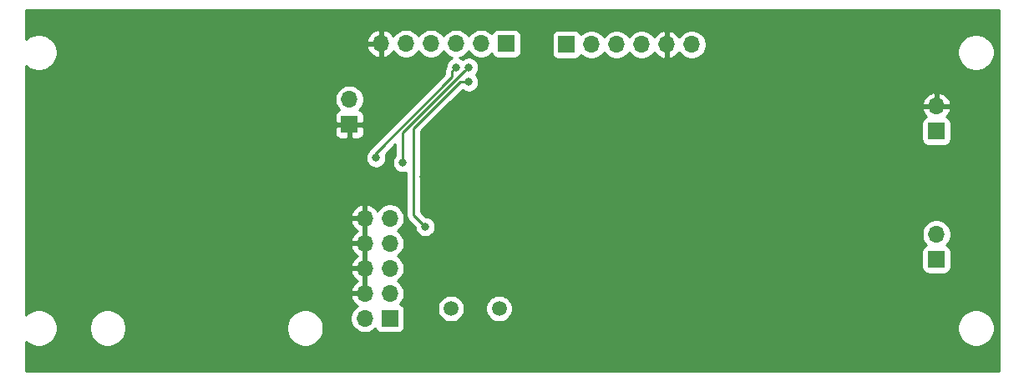
<source format=gbr>
G04 #@! TF.GenerationSoftware,KiCad,Pcbnew,(5.1.5-0-10_14)*
G04 #@! TF.CreationDate,2020-05-10T22:12:37+02:00*
G04 #@! TF.ProjectId,sensor,73656e73-6f72-42e6-9b69-6361645f7063,rev?*
G04 #@! TF.SameCoordinates,Original*
G04 #@! TF.FileFunction,Copper,L2,Bot*
G04 #@! TF.FilePolarity,Positive*
%FSLAX46Y46*%
G04 Gerber Fmt 4.6, Leading zero omitted, Abs format (unit mm)*
G04 Created by KiCad (PCBNEW (5.1.5-0-10_14)) date 2020-05-10 22:12:37*
%MOMM*%
%LPD*%
G04 APERTURE LIST*
%ADD10O,1.700000X1.700000*%
%ADD11R,1.700000X1.700000*%
%ADD12C,1.500000*%
%ADD13C,0.800000*%
%ADD14C,0.250000*%
%ADD15C,0.254000*%
G04 APERTURE END LIST*
D10*
X49500000Y-39760000D03*
D11*
X49500000Y-42300000D03*
D12*
X64680000Y-61000000D03*
X59800000Y-61000000D03*
D10*
X109000000Y-40460000D03*
D11*
X109000000Y-43000000D03*
D10*
X109000000Y-53460000D03*
D11*
X109000000Y-56000000D03*
D10*
X84200000Y-34200000D03*
X81660000Y-34200000D03*
X79120000Y-34200000D03*
X76580000Y-34200000D03*
X74040000Y-34200000D03*
D11*
X71500000Y-34200000D03*
D10*
X51060000Y-51840000D03*
X53600000Y-51840000D03*
X51060000Y-54380000D03*
X53600000Y-54380000D03*
X51060000Y-56920000D03*
X53600000Y-56920000D03*
X51060000Y-59460000D03*
X53600000Y-59460000D03*
X51060000Y-62000000D03*
D11*
X53600000Y-62000000D03*
D10*
X52700000Y-34100000D03*
X55240000Y-34100000D03*
X57780000Y-34100000D03*
X60320000Y-34100000D03*
X62860000Y-34100000D03*
D11*
X65400000Y-34100000D03*
D13*
X100300000Y-53500000D03*
X100300000Y-58000000D03*
X105500000Y-64000000D03*
X90600000Y-38700000D03*
X80300000Y-63500000D03*
X63500000Y-54500000D03*
X61000000Y-53500000D03*
X83200000Y-43000000D03*
X74800000Y-40100000D03*
X81600000Y-36000000D03*
X70600000Y-38300000D03*
X57000000Y-47600000D03*
X49200000Y-51800000D03*
X106000000Y-47800000D03*
X91200000Y-53600000D03*
X59500000Y-49800000D03*
X50000000Y-34000000D03*
X48500000Y-44700000D03*
X57600000Y-38000000D03*
X100800000Y-40800000D03*
X91359260Y-60111060D03*
X68300000Y-34500000D03*
X58000000Y-64500000D03*
X109100000Y-65000000D03*
X102900000Y-35400000D03*
X113300000Y-47800000D03*
X67900000Y-44000000D03*
X87200000Y-38900000D03*
X81300000Y-43100000D03*
X81200000Y-37500000D03*
X85400000Y-36800000D03*
X74500000Y-63400000D03*
X70000000Y-63400000D03*
X77500000Y-40900000D03*
X75900000Y-37700000D03*
X58900000Y-42700000D03*
X64300000Y-42700000D03*
X57300000Y-51000000D03*
X67000000Y-48300000D03*
X69000000Y-50500000D03*
X83100000Y-38500000D03*
X104000000Y-40600000D03*
X57200000Y-52700000D03*
X61600000Y-38000000D03*
X60300000Y-36499999D03*
X52200000Y-45700000D03*
X61600002Y-36500000D03*
X54900004Y-46200004D03*
D14*
X60700000Y-38000000D02*
X61600000Y-38000000D01*
X56025001Y-42674999D02*
X60700000Y-38000000D01*
X56025001Y-51525001D02*
X56025001Y-42674999D01*
X57200000Y-52700000D02*
X56025001Y-51525001D01*
X59900001Y-36899998D02*
X60300000Y-36499999D01*
X59900001Y-37499999D02*
X59900001Y-36899998D01*
X52200000Y-45700000D02*
X52100000Y-45300000D01*
X52100000Y-45300000D02*
X59900001Y-37499999D01*
X61600002Y-36500000D02*
X61200003Y-36899999D01*
X54900004Y-43136406D02*
X54900004Y-46200004D01*
X61200003Y-36899999D02*
X61136411Y-36899999D01*
X61136411Y-36899999D02*
X54900004Y-43136406D01*
D15*
G36*
X115315001Y-67315000D02*
G01*
X16685000Y-67315000D01*
X16685000Y-64350793D01*
X16798382Y-64464175D01*
X17107118Y-64670466D01*
X17450166Y-64812561D01*
X17814344Y-64885000D01*
X18185656Y-64885000D01*
X18549834Y-64812561D01*
X18892882Y-64670466D01*
X19201618Y-64464175D01*
X19464175Y-64201618D01*
X19670466Y-63892882D01*
X19812561Y-63549834D01*
X19885000Y-63185656D01*
X19885000Y-62814344D01*
X23115000Y-62814344D01*
X23115000Y-63185656D01*
X23187439Y-63549834D01*
X23329534Y-63892882D01*
X23535825Y-64201618D01*
X23798382Y-64464175D01*
X24107118Y-64670466D01*
X24450166Y-64812561D01*
X24814344Y-64885000D01*
X25185656Y-64885000D01*
X25549834Y-64812561D01*
X25892882Y-64670466D01*
X26201618Y-64464175D01*
X26464175Y-64201618D01*
X26670466Y-63892882D01*
X26812561Y-63549834D01*
X26885000Y-63185656D01*
X26885000Y-62814344D01*
X43115000Y-62814344D01*
X43115000Y-63185656D01*
X43187439Y-63549834D01*
X43329534Y-63892882D01*
X43535825Y-64201618D01*
X43798382Y-64464175D01*
X44107118Y-64670466D01*
X44450166Y-64812561D01*
X44814344Y-64885000D01*
X45185656Y-64885000D01*
X45549834Y-64812561D01*
X45892882Y-64670466D01*
X46201618Y-64464175D01*
X46464175Y-64201618D01*
X46670466Y-63892882D01*
X46812561Y-63549834D01*
X46885000Y-63185656D01*
X46885000Y-62814344D01*
X46812561Y-62450166D01*
X46670466Y-62107118D01*
X46501165Y-61853740D01*
X49575000Y-61853740D01*
X49575000Y-62146260D01*
X49632068Y-62433158D01*
X49744010Y-62703411D01*
X49906525Y-62946632D01*
X50113368Y-63153475D01*
X50356589Y-63315990D01*
X50626842Y-63427932D01*
X50913740Y-63485000D01*
X51206260Y-63485000D01*
X51493158Y-63427932D01*
X51763411Y-63315990D01*
X52006632Y-63153475D01*
X52138487Y-63021620D01*
X52160498Y-63094180D01*
X52219463Y-63204494D01*
X52298815Y-63301185D01*
X52395506Y-63380537D01*
X52505820Y-63439502D01*
X52625518Y-63475812D01*
X52750000Y-63488072D01*
X54450000Y-63488072D01*
X54574482Y-63475812D01*
X54694180Y-63439502D01*
X54804494Y-63380537D01*
X54901185Y-63301185D01*
X54980537Y-63204494D01*
X55039502Y-63094180D01*
X55075812Y-62974482D01*
X55088072Y-62850000D01*
X55088072Y-62814344D01*
X111115000Y-62814344D01*
X111115000Y-63185656D01*
X111187439Y-63549834D01*
X111329534Y-63892882D01*
X111535825Y-64201618D01*
X111798382Y-64464175D01*
X112107118Y-64670466D01*
X112450166Y-64812561D01*
X112814344Y-64885000D01*
X113185656Y-64885000D01*
X113549834Y-64812561D01*
X113892882Y-64670466D01*
X114201618Y-64464175D01*
X114464175Y-64201618D01*
X114670466Y-63892882D01*
X114812561Y-63549834D01*
X114885000Y-63185656D01*
X114885000Y-62814344D01*
X114812561Y-62450166D01*
X114670466Y-62107118D01*
X114464175Y-61798382D01*
X114201618Y-61535825D01*
X113892882Y-61329534D01*
X113549834Y-61187439D01*
X113185656Y-61115000D01*
X112814344Y-61115000D01*
X112450166Y-61187439D01*
X112107118Y-61329534D01*
X111798382Y-61535825D01*
X111535825Y-61798382D01*
X111329534Y-62107118D01*
X111187439Y-62450166D01*
X111115000Y-62814344D01*
X55088072Y-62814344D01*
X55088072Y-61150000D01*
X55075812Y-61025518D01*
X55039502Y-60905820D01*
X55016929Y-60863589D01*
X58415000Y-60863589D01*
X58415000Y-61136411D01*
X58468225Y-61403989D01*
X58572629Y-61656043D01*
X58724201Y-61882886D01*
X58917114Y-62075799D01*
X59143957Y-62227371D01*
X59396011Y-62331775D01*
X59663589Y-62385000D01*
X59936411Y-62385000D01*
X60203989Y-62331775D01*
X60456043Y-62227371D01*
X60682886Y-62075799D01*
X60875799Y-61882886D01*
X61027371Y-61656043D01*
X61131775Y-61403989D01*
X61185000Y-61136411D01*
X61185000Y-60863589D01*
X63295000Y-60863589D01*
X63295000Y-61136411D01*
X63348225Y-61403989D01*
X63452629Y-61656043D01*
X63604201Y-61882886D01*
X63797114Y-62075799D01*
X64023957Y-62227371D01*
X64276011Y-62331775D01*
X64543589Y-62385000D01*
X64816411Y-62385000D01*
X65083989Y-62331775D01*
X65336043Y-62227371D01*
X65562886Y-62075799D01*
X65755799Y-61882886D01*
X65907371Y-61656043D01*
X66011775Y-61403989D01*
X66065000Y-61136411D01*
X66065000Y-60863589D01*
X66011775Y-60596011D01*
X65907371Y-60343957D01*
X65755799Y-60117114D01*
X65562886Y-59924201D01*
X65336043Y-59772629D01*
X65083989Y-59668225D01*
X64816411Y-59615000D01*
X64543589Y-59615000D01*
X64276011Y-59668225D01*
X64023957Y-59772629D01*
X63797114Y-59924201D01*
X63604201Y-60117114D01*
X63452629Y-60343957D01*
X63348225Y-60596011D01*
X63295000Y-60863589D01*
X61185000Y-60863589D01*
X61131775Y-60596011D01*
X61027371Y-60343957D01*
X60875799Y-60117114D01*
X60682886Y-59924201D01*
X60456043Y-59772629D01*
X60203989Y-59668225D01*
X59936411Y-59615000D01*
X59663589Y-59615000D01*
X59396011Y-59668225D01*
X59143957Y-59772629D01*
X58917114Y-59924201D01*
X58724201Y-60117114D01*
X58572629Y-60343957D01*
X58468225Y-60596011D01*
X58415000Y-60863589D01*
X55016929Y-60863589D01*
X54980537Y-60795506D01*
X54901185Y-60698815D01*
X54804494Y-60619463D01*
X54694180Y-60560498D01*
X54621620Y-60538487D01*
X54753475Y-60406632D01*
X54915990Y-60163411D01*
X55027932Y-59893158D01*
X55085000Y-59606260D01*
X55085000Y-59313740D01*
X55027932Y-59026842D01*
X54915990Y-58756589D01*
X54753475Y-58513368D01*
X54546632Y-58306525D01*
X54372240Y-58190000D01*
X54546632Y-58073475D01*
X54753475Y-57866632D01*
X54915990Y-57623411D01*
X55027932Y-57353158D01*
X55085000Y-57066260D01*
X55085000Y-56773740D01*
X55027932Y-56486842D01*
X54915990Y-56216589D01*
X54753475Y-55973368D01*
X54546632Y-55766525D01*
X54372240Y-55650000D01*
X54546632Y-55533475D01*
X54753475Y-55326632D01*
X54871496Y-55150000D01*
X107511928Y-55150000D01*
X107511928Y-56850000D01*
X107524188Y-56974482D01*
X107560498Y-57094180D01*
X107619463Y-57204494D01*
X107698815Y-57301185D01*
X107795506Y-57380537D01*
X107905820Y-57439502D01*
X108025518Y-57475812D01*
X108150000Y-57488072D01*
X109850000Y-57488072D01*
X109974482Y-57475812D01*
X110094180Y-57439502D01*
X110204494Y-57380537D01*
X110301185Y-57301185D01*
X110380537Y-57204494D01*
X110439502Y-57094180D01*
X110475812Y-56974482D01*
X110488072Y-56850000D01*
X110488072Y-55150000D01*
X110475812Y-55025518D01*
X110439502Y-54905820D01*
X110380537Y-54795506D01*
X110301185Y-54698815D01*
X110204494Y-54619463D01*
X110094180Y-54560498D01*
X110021620Y-54538487D01*
X110153475Y-54406632D01*
X110315990Y-54163411D01*
X110427932Y-53893158D01*
X110485000Y-53606260D01*
X110485000Y-53313740D01*
X110427932Y-53026842D01*
X110315990Y-52756589D01*
X110153475Y-52513368D01*
X109946632Y-52306525D01*
X109703411Y-52144010D01*
X109433158Y-52032068D01*
X109146260Y-51975000D01*
X108853740Y-51975000D01*
X108566842Y-52032068D01*
X108296589Y-52144010D01*
X108053368Y-52306525D01*
X107846525Y-52513368D01*
X107684010Y-52756589D01*
X107572068Y-53026842D01*
X107515000Y-53313740D01*
X107515000Y-53606260D01*
X107572068Y-53893158D01*
X107684010Y-54163411D01*
X107846525Y-54406632D01*
X107978380Y-54538487D01*
X107905820Y-54560498D01*
X107795506Y-54619463D01*
X107698815Y-54698815D01*
X107619463Y-54795506D01*
X107560498Y-54905820D01*
X107524188Y-55025518D01*
X107511928Y-55150000D01*
X54871496Y-55150000D01*
X54915990Y-55083411D01*
X55027932Y-54813158D01*
X55085000Y-54526260D01*
X55085000Y-54233740D01*
X55027932Y-53946842D01*
X54915990Y-53676589D01*
X54753475Y-53433368D01*
X54546632Y-53226525D01*
X54372240Y-53110000D01*
X54546632Y-52993475D01*
X54753475Y-52786632D01*
X54915990Y-52543411D01*
X55027932Y-52273158D01*
X55085000Y-51986260D01*
X55085000Y-51693740D01*
X55027932Y-51406842D01*
X54915990Y-51136589D01*
X54753475Y-50893368D01*
X54546632Y-50686525D01*
X54303411Y-50524010D01*
X54033158Y-50412068D01*
X53746260Y-50355000D01*
X53453740Y-50355000D01*
X53166842Y-50412068D01*
X52896589Y-50524010D01*
X52653368Y-50686525D01*
X52446525Y-50893368D01*
X52328900Y-51069406D01*
X52157588Y-50839731D01*
X51941355Y-50644822D01*
X51691252Y-50495843D01*
X51416891Y-50398519D01*
X51187000Y-50519186D01*
X51187000Y-51713000D01*
X51207000Y-51713000D01*
X51207000Y-51967000D01*
X51187000Y-51967000D01*
X51187000Y-54253000D01*
X51207000Y-54253000D01*
X51207000Y-54507000D01*
X51187000Y-54507000D01*
X51187000Y-56793000D01*
X51207000Y-56793000D01*
X51207000Y-57047000D01*
X51187000Y-57047000D01*
X51187000Y-59333000D01*
X51207000Y-59333000D01*
X51207000Y-59587000D01*
X51187000Y-59587000D01*
X51187000Y-59607000D01*
X50933000Y-59607000D01*
X50933000Y-59587000D01*
X49739845Y-59587000D01*
X49618524Y-59816890D01*
X49663175Y-59964099D01*
X49788359Y-60226920D01*
X49962412Y-60460269D01*
X50178645Y-60655178D01*
X50295534Y-60724805D01*
X50113368Y-60846525D01*
X49906525Y-61053368D01*
X49744010Y-61296589D01*
X49632068Y-61566842D01*
X49575000Y-61853740D01*
X46501165Y-61853740D01*
X46464175Y-61798382D01*
X46201618Y-61535825D01*
X45892882Y-61329534D01*
X45549834Y-61187439D01*
X45185656Y-61115000D01*
X44814344Y-61115000D01*
X44450166Y-61187439D01*
X44107118Y-61329534D01*
X43798382Y-61535825D01*
X43535825Y-61798382D01*
X43329534Y-62107118D01*
X43187439Y-62450166D01*
X43115000Y-62814344D01*
X26885000Y-62814344D01*
X26812561Y-62450166D01*
X26670466Y-62107118D01*
X26464175Y-61798382D01*
X26201618Y-61535825D01*
X25892882Y-61329534D01*
X25549834Y-61187439D01*
X25185656Y-61115000D01*
X24814344Y-61115000D01*
X24450166Y-61187439D01*
X24107118Y-61329534D01*
X23798382Y-61535825D01*
X23535825Y-61798382D01*
X23329534Y-62107118D01*
X23187439Y-62450166D01*
X23115000Y-62814344D01*
X19885000Y-62814344D01*
X19812561Y-62450166D01*
X19670466Y-62107118D01*
X19464175Y-61798382D01*
X19201618Y-61535825D01*
X18892882Y-61329534D01*
X18549834Y-61187439D01*
X18185656Y-61115000D01*
X17814344Y-61115000D01*
X17450166Y-61187439D01*
X17107118Y-61329534D01*
X16798382Y-61535825D01*
X16685000Y-61649207D01*
X16685000Y-57276890D01*
X49618524Y-57276890D01*
X49663175Y-57424099D01*
X49788359Y-57686920D01*
X49962412Y-57920269D01*
X50178645Y-58115178D01*
X50304255Y-58190000D01*
X50178645Y-58264822D01*
X49962412Y-58459731D01*
X49788359Y-58693080D01*
X49663175Y-58955901D01*
X49618524Y-59103110D01*
X49739845Y-59333000D01*
X50933000Y-59333000D01*
X50933000Y-57047000D01*
X49739845Y-57047000D01*
X49618524Y-57276890D01*
X16685000Y-57276890D01*
X16685000Y-54736890D01*
X49618524Y-54736890D01*
X49663175Y-54884099D01*
X49788359Y-55146920D01*
X49962412Y-55380269D01*
X50178645Y-55575178D01*
X50304255Y-55650000D01*
X50178645Y-55724822D01*
X49962412Y-55919731D01*
X49788359Y-56153080D01*
X49663175Y-56415901D01*
X49618524Y-56563110D01*
X49739845Y-56793000D01*
X50933000Y-56793000D01*
X50933000Y-54507000D01*
X49739845Y-54507000D01*
X49618524Y-54736890D01*
X16685000Y-54736890D01*
X16685000Y-52196890D01*
X49618524Y-52196890D01*
X49663175Y-52344099D01*
X49788359Y-52606920D01*
X49962412Y-52840269D01*
X50178645Y-53035178D01*
X50304255Y-53110000D01*
X50178645Y-53184822D01*
X49962412Y-53379731D01*
X49788359Y-53613080D01*
X49663175Y-53875901D01*
X49618524Y-54023110D01*
X49739845Y-54253000D01*
X50933000Y-54253000D01*
X50933000Y-51967000D01*
X49739845Y-51967000D01*
X49618524Y-52196890D01*
X16685000Y-52196890D01*
X16685000Y-51483110D01*
X49618524Y-51483110D01*
X49739845Y-51713000D01*
X50933000Y-51713000D01*
X50933000Y-50519186D01*
X50703109Y-50398519D01*
X50428748Y-50495843D01*
X50178645Y-50644822D01*
X49962412Y-50839731D01*
X49788359Y-51073080D01*
X49663175Y-51335901D01*
X49618524Y-51483110D01*
X16685000Y-51483110D01*
X16685000Y-45598061D01*
X51165000Y-45598061D01*
X51165000Y-45801939D01*
X51204774Y-46001898D01*
X51282795Y-46190256D01*
X51396063Y-46359774D01*
X51540226Y-46503937D01*
X51709744Y-46617205D01*
X51898102Y-46695226D01*
X52098061Y-46735000D01*
X52301939Y-46735000D01*
X52501898Y-46695226D01*
X52690256Y-46617205D01*
X52859774Y-46503937D01*
X53003937Y-46359774D01*
X53117205Y-46190256D01*
X53195226Y-46001898D01*
X53235000Y-45801939D01*
X53235000Y-45598061D01*
X53195226Y-45398102D01*
X53160510Y-45314291D01*
X54140004Y-44334797D01*
X54140005Y-45496292D01*
X54096067Y-45540230D01*
X53982799Y-45709748D01*
X53904778Y-45898106D01*
X53865004Y-46098065D01*
X53865004Y-46301943D01*
X53904778Y-46501902D01*
X53982799Y-46690260D01*
X54096067Y-46859778D01*
X54240230Y-47003941D01*
X54409748Y-47117209D01*
X54598106Y-47195230D01*
X54798065Y-47235004D01*
X55001943Y-47235004D01*
X55201902Y-47195230D01*
X55265001Y-47169093D01*
X55265001Y-51487679D01*
X55261325Y-51525001D01*
X55265001Y-51562323D01*
X55265001Y-51562333D01*
X55275998Y-51673986D01*
X55319455Y-51817247D01*
X55390027Y-51949277D01*
X55411138Y-51975000D01*
X55485000Y-52065002D01*
X55514004Y-52088805D01*
X56165000Y-52739802D01*
X56165000Y-52801939D01*
X56204774Y-53001898D01*
X56282795Y-53190256D01*
X56396063Y-53359774D01*
X56540226Y-53503937D01*
X56709744Y-53617205D01*
X56898102Y-53695226D01*
X57098061Y-53735000D01*
X57301939Y-53735000D01*
X57501898Y-53695226D01*
X57690256Y-53617205D01*
X57859774Y-53503937D01*
X58003937Y-53359774D01*
X58117205Y-53190256D01*
X58195226Y-53001898D01*
X58235000Y-52801939D01*
X58235000Y-52598061D01*
X58195226Y-52398102D01*
X58117205Y-52209744D01*
X58003937Y-52040226D01*
X57859774Y-51896063D01*
X57690256Y-51782795D01*
X57501898Y-51704774D01*
X57301939Y-51665000D01*
X57239802Y-51665000D01*
X56785001Y-51210200D01*
X56785001Y-42989800D01*
X57624801Y-42150000D01*
X107511928Y-42150000D01*
X107511928Y-43850000D01*
X107524188Y-43974482D01*
X107560498Y-44094180D01*
X107619463Y-44204494D01*
X107698815Y-44301185D01*
X107795506Y-44380537D01*
X107905820Y-44439502D01*
X108025518Y-44475812D01*
X108150000Y-44488072D01*
X109850000Y-44488072D01*
X109974482Y-44475812D01*
X110094180Y-44439502D01*
X110204494Y-44380537D01*
X110301185Y-44301185D01*
X110380537Y-44204494D01*
X110439502Y-44094180D01*
X110475812Y-43974482D01*
X110488072Y-43850000D01*
X110488072Y-42150000D01*
X110475812Y-42025518D01*
X110439502Y-41905820D01*
X110380537Y-41795506D01*
X110301185Y-41698815D01*
X110204494Y-41619463D01*
X110094180Y-41560498D01*
X110013534Y-41536034D01*
X110097588Y-41460269D01*
X110271641Y-41226920D01*
X110396825Y-40964099D01*
X110441476Y-40816890D01*
X110320155Y-40587000D01*
X109127000Y-40587000D01*
X109127000Y-40607000D01*
X108873000Y-40607000D01*
X108873000Y-40587000D01*
X107679845Y-40587000D01*
X107558524Y-40816890D01*
X107603175Y-40964099D01*
X107728359Y-41226920D01*
X107902412Y-41460269D01*
X107986466Y-41536034D01*
X107905820Y-41560498D01*
X107795506Y-41619463D01*
X107698815Y-41698815D01*
X107619463Y-41795506D01*
X107560498Y-41905820D01*
X107524188Y-42025518D01*
X107511928Y-42150000D01*
X57624801Y-42150000D01*
X59671691Y-40103110D01*
X107558524Y-40103110D01*
X107679845Y-40333000D01*
X108873000Y-40333000D01*
X108873000Y-39139186D01*
X109127000Y-39139186D01*
X109127000Y-40333000D01*
X110320155Y-40333000D01*
X110441476Y-40103110D01*
X110396825Y-39955901D01*
X110271641Y-39693080D01*
X110097588Y-39459731D01*
X109881355Y-39264822D01*
X109631252Y-39115843D01*
X109356891Y-39018519D01*
X109127000Y-39139186D01*
X108873000Y-39139186D01*
X108643109Y-39018519D01*
X108368748Y-39115843D01*
X108118645Y-39264822D01*
X107902412Y-39459731D01*
X107728359Y-39693080D01*
X107603175Y-39955901D01*
X107558524Y-40103110D01*
X59671691Y-40103110D01*
X60958593Y-38816209D01*
X61109744Y-38917205D01*
X61298102Y-38995226D01*
X61498061Y-39035000D01*
X61701939Y-39035000D01*
X61901898Y-38995226D01*
X62090256Y-38917205D01*
X62259774Y-38803937D01*
X62403937Y-38659774D01*
X62517205Y-38490256D01*
X62595226Y-38301898D01*
X62635000Y-38101939D01*
X62635000Y-37898061D01*
X62595226Y-37698102D01*
X62517205Y-37509744D01*
X62403937Y-37340226D01*
X62313712Y-37250001D01*
X62403939Y-37159774D01*
X62517207Y-36990256D01*
X62595228Y-36801898D01*
X62635002Y-36601939D01*
X62635002Y-36398061D01*
X62595228Y-36198102D01*
X62517207Y-36009744D01*
X62403939Y-35840226D01*
X62259776Y-35696063D01*
X62090258Y-35582795D01*
X61901900Y-35504774D01*
X61701941Y-35465000D01*
X61498063Y-35465000D01*
X61298104Y-35504774D01*
X61109746Y-35582795D01*
X60950002Y-35689532D01*
X60790256Y-35582794D01*
X60688742Y-35540745D01*
X60753158Y-35527932D01*
X61023411Y-35415990D01*
X61266632Y-35253475D01*
X61473475Y-35046632D01*
X61590000Y-34872240D01*
X61706525Y-35046632D01*
X61913368Y-35253475D01*
X62156589Y-35415990D01*
X62426842Y-35527932D01*
X62713740Y-35585000D01*
X63006260Y-35585000D01*
X63293158Y-35527932D01*
X63563411Y-35415990D01*
X63806632Y-35253475D01*
X63938487Y-35121620D01*
X63960498Y-35194180D01*
X64019463Y-35304494D01*
X64098815Y-35401185D01*
X64195506Y-35480537D01*
X64305820Y-35539502D01*
X64425518Y-35575812D01*
X64550000Y-35588072D01*
X66250000Y-35588072D01*
X66374482Y-35575812D01*
X66494180Y-35539502D01*
X66604494Y-35480537D01*
X66701185Y-35401185D01*
X66780537Y-35304494D01*
X66839502Y-35194180D01*
X66875812Y-35074482D01*
X66888072Y-34950000D01*
X66888072Y-33350000D01*
X70011928Y-33350000D01*
X70011928Y-35050000D01*
X70024188Y-35174482D01*
X70060498Y-35294180D01*
X70119463Y-35404494D01*
X70198815Y-35501185D01*
X70295506Y-35580537D01*
X70405820Y-35639502D01*
X70525518Y-35675812D01*
X70650000Y-35688072D01*
X72350000Y-35688072D01*
X72474482Y-35675812D01*
X72594180Y-35639502D01*
X72704494Y-35580537D01*
X72801185Y-35501185D01*
X72880537Y-35404494D01*
X72939502Y-35294180D01*
X72961513Y-35221620D01*
X73093368Y-35353475D01*
X73336589Y-35515990D01*
X73606842Y-35627932D01*
X73893740Y-35685000D01*
X74186260Y-35685000D01*
X74473158Y-35627932D01*
X74743411Y-35515990D01*
X74986632Y-35353475D01*
X75193475Y-35146632D01*
X75310000Y-34972240D01*
X75426525Y-35146632D01*
X75633368Y-35353475D01*
X75876589Y-35515990D01*
X76146842Y-35627932D01*
X76433740Y-35685000D01*
X76726260Y-35685000D01*
X77013158Y-35627932D01*
X77283411Y-35515990D01*
X77526632Y-35353475D01*
X77733475Y-35146632D01*
X77850000Y-34972240D01*
X77966525Y-35146632D01*
X78173368Y-35353475D01*
X78416589Y-35515990D01*
X78686842Y-35627932D01*
X78973740Y-35685000D01*
X79266260Y-35685000D01*
X79553158Y-35627932D01*
X79823411Y-35515990D01*
X80066632Y-35353475D01*
X80273475Y-35146632D01*
X80395195Y-34964466D01*
X80464822Y-35081355D01*
X80659731Y-35297588D01*
X80893080Y-35471641D01*
X81155901Y-35596825D01*
X81303110Y-35641476D01*
X81533000Y-35520155D01*
X81533000Y-34327000D01*
X81513000Y-34327000D01*
X81513000Y-34073000D01*
X81533000Y-34073000D01*
X81533000Y-32879845D01*
X81787000Y-32879845D01*
X81787000Y-34073000D01*
X81807000Y-34073000D01*
X81807000Y-34327000D01*
X81787000Y-34327000D01*
X81787000Y-35520155D01*
X82016890Y-35641476D01*
X82164099Y-35596825D01*
X82426920Y-35471641D01*
X82660269Y-35297588D01*
X82855178Y-35081355D01*
X82924805Y-34964466D01*
X83046525Y-35146632D01*
X83253368Y-35353475D01*
X83496589Y-35515990D01*
X83766842Y-35627932D01*
X84053740Y-35685000D01*
X84346260Y-35685000D01*
X84633158Y-35627932D01*
X84903411Y-35515990D01*
X85146632Y-35353475D01*
X85353475Y-35146632D01*
X85515990Y-34903411D01*
X85552882Y-34814344D01*
X111115000Y-34814344D01*
X111115000Y-35185656D01*
X111187439Y-35549834D01*
X111329534Y-35892882D01*
X111535825Y-36201618D01*
X111798382Y-36464175D01*
X112107118Y-36670466D01*
X112450166Y-36812561D01*
X112814344Y-36885000D01*
X113185656Y-36885000D01*
X113549834Y-36812561D01*
X113892882Y-36670466D01*
X114201618Y-36464175D01*
X114464175Y-36201618D01*
X114670466Y-35892882D01*
X114812561Y-35549834D01*
X114885000Y-35185656D01*
X114885000Y-34814344D01*
X114812561Y-34450166D01*
X114670466Y-34107118D01*
X114464175Y-33798382D01*
X114201618Y-33535825D01*
X113892882Y-33329534D01*
X113549834Y-33187439D01*
X113185656Y-33115000D01*
X112814344Y-33115000D01*
X112450166Y-33187439D01*
X112107118Y-33329534D01*
X111798382Y-33535825D01*
X111535825Y-33798382D01*
X111329534Y-34107118D01*
X111187439Y-34450166D01*
X111115000Y-34814344D01*
X85552882Y-34814344D01*
X85627932Y-34633158D01*
X85685000Y-34346260D01*
X85685000Y-34053740D01*
X85627932Y-33766842D01*
X85515990Y-33496589D01*
X85353475Y-33253368D01*
X85146632Y-33046525D01*
X84903411Y-32884010D01*
X84633158Y-32772068D01*
X84346260Y-32715000D01*
X84053740Y-32715000D01*
X83766842Y-32772068D01*
X83496589Y-32884010D01*
X83253368Y-33046525D01*
X83046525Y-33253368D01*
X82924805Y-33435534D01*
X82855178Y-33318645D01*
X82660269Y-33102412D01*
X82426920Y-32928359D01*
X82164099Y-32803175D01*
X82016890Y-32758524D01*
X81787000Y-32879845D01*
X81533000Y-32879845D01*
X81303110Y-32758524D01*
X81155901Y-32803175D01*
X80893080Y-32928359D01*
X80659731Y-33102412D01*
X80464822Y-33318645D01*
X80395195Y-33435534D01*
X80273475Y-33253368D01*
X80066632Y-33046525D01*
X79823411Y-32884010D01*
X79553158Y-32772068D01*
X79266260Y-32715000D01*
X78973740Y-32715000D01*
X78686842Y-32772068D01*
X78416589Y-32884010D01*
X78173368Y-33046525D01*
X77966525Y-33253368D01*
X77850000Y-33427760D01*
X77733475Y-33253368D01*
X77526632Y-33046525D01*
X77283411Y-32884010D01*
X77013158Y-32772068D01*
X76726260Y-32715000D01*
X76433740Y-32715000D01*
X76146842Y-32772068D01*
X75876589Y-32884010D01*
X75633368Y-33046525D01*
X75426525Y-33253368D01*
X75310000Y-33427760D01*
X75193475Y-33253368D01*
X74986632Y-33046525D01*
X74743411Y-32884010D01*
X74473158Y-32772068D01*
X74186260Y-32715000D01*
X73893740Y-32715000D01*
X73606842Y-32772068D01*
X73336589Y-32884010D01*
X73093368Y-33046525D01*
X72961513Y-33178380D01*
X72939502Y-33105820D01*
X72880537Y-32995506D01*
X72801185Y-32898815D01*
X72704494Y-32819463D01*
X72594180Y-32760498D01*
X72474482Y-32724188D01*
X72350000Y-32711928D01*
X70650000Y-32711928D01*
X70525518Y-32724188D01*
X70405820Y-32760498D01*
X70295506Y-32819463D01*
X70198815Y-32898815D01*
X70119463Y-32995506D01*
X70060498Y-33105820D01*
X70024188Y-33225518D01*
X70011928Y-33350000D01*
X66888072Y-33350000D01*
X66888072Y-33250000D01*
X66875812Y-33125518D01*
X66839502Y-33005820D01*
X66780537Y-32895506D01*
X66701185Y-32798815D01*
X66604494Y-32719463D01*
X66494180Y-32660498D01*
X66374482Y-32624188D01*
X66250000Y-32611928D01*
X64550000Y-32611928D01*
X64425518Y-32624188D01*
X64305820Y-32660498D01*
X64195506Y-32719463D01*
X64098815Y-32798815D01*
X64019463Y-32895506D01*
X63960498Y-33005820D01*
X63938487Y-33078380D01*
X63806632Y-32946525D01*
X63563411Y-32784010D01*
X63293158Y-32672068D01*
X63006260Y-32615000D01*
X62713740Y-32615000D01*
X62426842Y-32672068D01*
X62156589Y-32784010D01*
X61913368Y-32946525D01*
X61706525Y-33153368D01*
X61590000Y-33327760D01*
X61473475Y-33153368D01*
X61266632Y-32946525D01*
X61023411Y-32784010D01*
X60753158Y-32672068D01*
X60466260Y-32615000D01*
X60173740Y-32615000D01*
X59886842Y-32672068D01*
X59616589Y-32784010D01*
X59373368Y-32946525D01*
X59166525Y-33153368D01*
X59050000Y-33327760D01*
X58933475Y-33153368D01*
X58726632Y-32946525D01*
X58483411Y-32784010D01*
X58213158Y-32672068D01*
X57926260Y-32615000D01*
X57633740Y-32615000D01*
X57346842Y-32672068D01*
X57076589Y-32784010D01*
X56833368Y-32946525D01*
X56626525Y-33153368D01*
X56510000Y-33327760D01*
X56393475Y-33153368D01*
X56186632Y-32946525D01*
X55943411Y-32784010D01*
X55673158Y-32672068D01*
X55386260Y-32615000D01*
X55093740Y-32615000D01*
X54806842Y-32672068D01*
X54536589Y-32784010D01*
X54293368Y-32946525D01*
X54086525Y-33153368D01*
X53964805Y-33335534D01*
X53895178Y-33218645D01*
X53700269Y-33002412D01*
X53466920Y-32828359D01*
X53204099Y-32703175D01*
X53056890Y-32658524D01*
X52827000Y-32779845D01*
X52827000Y-33973000D01*
X52847000Y-33973000D01*
X52847000Y-34227000D01*
X52827000Y-34227000D01*
X52827000Y-35420155D01*
X53056890Y-35541476D01*
X53204099Y-35496825D01*
X53466920Y-35371641D01*
X53700269Y-35197588D01*
X53895178Y-34981355D01*
X53964805Y-34864466D01*
X54086525Y-35046632D01*
X54293368Y-35253475D01*
X54536589Y-35415990D01*
X54806842Y-35527932D01*
X55093740Y-35585000D01*
X55386260Y-35585000D01*
X55673158Y-35527932D01*
X55943411Y-35415990D01*
X56186632Y-35253475D01*
X56393475Y-35046632D01*
X56510000Y-34872240D01*
X56626525Y-35046632D01*
X56833368Y-35253475D01*
X57076589Y-35415990D01*
X57346842Y-35527932D01*
X57633740Y-35585000D01*
X57926260Y-35585000D01*
X58213158Y-35527932D01*
X58483411Y-35415990D01*
X58726632Y-35253475D01*
X58933475Y-35046632D01*
X59050000Y-34872240D01*
X59166525Y-35046632D01*
X59373368Y-35253475D01*
X59616589Y-35415990D01*
X59886842Y-35527932D01*
X59924235Y-35535370D01*
X59809744Y-35582794D01*
X59640226Y-35696062D01*
X59496063Y-35840225D01*
X59382795Y-36009743D01*
X59304774Y-36198101D01*
X59265000Y-36398060D01*
X59265000Y-36475773D01*
X59252050Y-36500001D01*
X59194455Y-36607751D01*
X59150998Y-36751012D01*
X59140001Y-36862665D01*
X59140001Y-36862676D01*
X59136325Y-36899998D01*
X59140001Y-36937320D01*
X59140001Y-37185197D01*
X51575913Y-44749286D01*
X51534389Y-44786887D01*
X51500794Y-44832142D01*
X51465026Y-44875724D01*
X51456248Y-44892147D01*
X51445153Y-44907092D01*
X51421035Y-44958025D01*
X51394454Y-45007754D01*
X51389048Y-45025574D01*
X51381083Y-45042396D01*
X51372944Y-45074827D01*
X51282795Y-45209744D01*
X51204774Y-45398102D01*
X51165000Y-45598061D01*
X16685000Y-45598061D01*
X16685000Y-43150000D01*
X48011928Y-43150000D01*
X48024188Y-43274482D01*
X48060498Y-43394180D01*
X48119463Y-43504494D01*
X48198815Y-43601185D01*
X48295506Y-43680537D01*
X48405820Y-43739502D01*
X48525518Y-43775812D01*
X48650000Y-43788072D01*
X49214250Y-43785000D01*
X49373000Y-43626250D01*
X49373000Y-42427000D01*
X49627000Y-42427000D01*
X49627000Y-43626250D01*
X49785750Y-43785000D01*
X50350000Y-43788072D01*
X50474482Y-43775812D01*
X50594180Y-43739502D01*
X50704494Y-43680537D01*
X50801185Y-43601185D01*
X50880537Y-43504494D01*
X50939502Y-43394180D01*
X50975812Y-43274482D01*
X50988072Y-43150000D01*
X50985000Y-42585750D01*
X50826250Y-42427000D01*
X49627000Y-42427000D01*
X49373000Y-42427000D01*
X48173750Y-42427000D01*
X48015000Y-42585750D01*
X48011928Y-43150000D01*
X16685000Y-43150000D01*
X16685000Y-41450000D01*
X48011928Y-41450000D01*
X48015000Y-42014250D01*
X48173750Y-42173000D01*
X49373000Y-42173000D01*
X49373000Y-42153000D01*
X49627000Y-42153000D01*
X49627000Y-42173000D01*
X50826250Y-42173000D01*
X50985000Y-42014250D01*
X50988072Y-41450000D01*
X50975812Y-41325518D01*
X50939502Y-41205820D01*
X50880537Y-41095506D01*
X50801185Y-40998815D01*
X50704494Y-40919463D01*
X50594180Y-40860498D01*
X50521620Y-40838487D01*
X50653475Y-40706632D01*
X50815990Y-40463411D01*
X50927932Y-40193158D01*
X50985000Y-39906260D01*
X50985000Y-39613740D01*
X50927932Y-39326842D01*
X50815990Y-39056589D01*
X50653475Y-38813368D01*
X50446632Y-38606525D01*
X50203411Y-38444010D01*
X49933158Y-38332068D01*
X49646260Y-38275000D01*
X49353740Y-38275000D01*
X49066842Y-38332068D01*
X48796589Y-38444010D01*
X48553368Y-38606525D01*
X48346525Y-38813368D01*
X48184010Y-39056589D01*
X48072068Y-39326842D01*
X48015000Y-39613740D01*
X48015000Y-39906260D01*
X48072068Y-40193158D01*
X48184010Y-40463411D01*
X48346525Y-40706632D01*
X48478380Y-40838487D01*
X48405820Y-40860498D01*
X48295506Y-40919463D01*
X48198815Y-40998815D01*
X48119463Y-41095506D01*
X48060498Y-41205820D01*
X48024188Y-41325518D01*
X48011928Y-41450000D01*
X16685000Y-41450000D01*
X16685000Y-36350793D01*
X16798382Y-36464175D01*
X17107118Y-36670466D01*
X17450166Y-36812561D01*
X17814344Y-36885000D01*
X18185656Y-36885000D01*
X18549834Y-36812561D01*
X18892882Y-36670466D01*
X19201618Y-36464175D01*
X19464175Y-36201618D01*
X19670466Y-35892882D01*
X19812561Y-35549834D01*
X19885000Y-35185656D01*
X19885000Y-34814344D01*
X19813899Y-34456891D01*
X51258519Y-34456891D01*
X51355843Y-34731252D01*
X51504822Y-34981355D01*
X51699731Y-35197588D01*
X51933080Y-35371641D01*
X52195901Y-35496825D01*
X52343110Y-35541476D01*
X52573000Y-35420155D01*
X52573000Y-34227000D01*
X51379186Y-34227000D01*
X51258519Y-34456891D01*
X19813899Y-34456891D01*
X19812561Y-34450166D01*
X19670466Y-34107118D01*
X19464175Y-33798382D01*
X19408902Y-33743109D01*
X51258519Y-33743109D01*
X51379186Y-33973000D01*
X52573000Y-33973000D01*
X52573000Y-32779845D01*
X52343110Y-32658524D01*
X52195901Y-32703175D01*
X51933080Y-32828359D01*
X51699731Y-33002412D01*
X51504822Y-33218645D01*
X51355843Y-33468748D01*
X51258519Y-33743109D01*
X19408902Y-33743109D01*
X19201618Y-33535825D01*
X18892882Y-33329534D01*
X18549834Y-33187439D01*
X18185656Y-33115000D01*
X17814344Y-33115000D01*
X17450166Y-33187439D01*
X17107118Y-33329534D01*
X16798382Y-33535825D01*
X16685000Y-33649207D01*
X16685000Y-30685000D01*
X115315000Y-30685000D01*
X115315001Y-67315000D01*
G37*
X115315001Y-67315000D02*
X16685000Y-67315000D01*
X16685000Y-64350793D01*
X16798382Y-64464175D01*
X17107118Y-64670466D01*
X17450166Y-64812561D01*
X17814344Y-64885000D01*
X18185656Y-64885000D01*
X18549834Y-64812561D01*
X18892882Y-64670466D01*
X19201618Y-64464175D01*
X19464175Y-64201618D01*
X19670466Y-63892882D01*
X19812561Y-63549834D01*
X19885000Y-63185656D01*
X19885000Y-62814344D01*
X23115000Y-62814344D01*
X23115000Y-63185656D01*
X23187439Y-63549834D01*
X23329534Y-63892882D01*
X23535825Y-64201618D01*
X23798382Y-64464175D01*
X24107118Y-64670466D01*
X24450166Y-64812561D01*
X24814344Y-64885000D01*
X25185656Y-64885000D01*
X25549834Y-64812561D01*
X25892882Y-64670466D01*
X26201618Y-64464175D01*
X26464175Y-64201618D01*
X26670466Y-63892882D01*
X26812561Y-63549834D01*
X26885000Y-63185656D01*
X26885000Y-62814344D01*
X43115000Y-62814344D01*
X43115000Y-63185656D01*
X43187439Y-63549834D01*
X43329534Y-63892882D01*
X43535825Y-64201618D01*
X43798382Y-64464175D01*
X44107118Y-64670466D01*
X44450166Y-64812561D01*
X44814344Y-64885000D01*
X45185656Y-64885000D01*
X45549834Y-64812561D01*
X45892882Y-64670466D01*
X46201618Y-64464175D01*
X46464175Y-64201618D01*
X46670466Y-63892882D01*
X46812561Y-63549834D01*
X46885000Y-63185656D01*
X46885000Y-62814344D01*
X46812561Y-62450166D01*
X46670466Y-62107118D01*
X46501165Y-61853740D01*
X49575000Y-61853740D01*
X49575000Y-62146260D01*
X49632068Y-62433158D01*
X49744010Y-62703411D01*
X49906525Y-62946632D01*
X50113368Y-63153475D01*
X50356589Y-63315990D01*
X50626842Y-63427932D01*
X50913740Y-63485000D01*
X51206260Y-63485000D01*
X51493158Y-63427932D01*
X51763411Y-63315990D01*
X52006632Y-63153475D01*
X52138487Y-63021620D01*
X52160498Y-63094180D01*
X52219463Y-63204494D01*
X52298815Y-63301185D01*
X52395506Y-63380537D01*
X52505820Y-63439502D01*
X52625518Y-63475812D01*
X52750000Y-63488072D01*
X54450000Y-63488072D01*
X54574482Y-63475812D01*
X54694180Y-63439502D01*
X54804494Y-63380537D01*
X54901185Y-63301185D01*
X54980537Y-63204494D01*
X55039502Y-63094180D01*
X55075812Y-62974482D01*
X55088072Y-62850000D01*
X55088072Y-62814344D01*
X111115000Y-62814344D01*
X111115000Y-63185656D01*
X111187439Y-63549834D01*
X111329534Y-63892882D01*
X111535825Y-64201618D01*
X111798382Y-64464175D01*
X112107118Y-64670466D01*
X112450166Y-64812561D01*
X112814344Y-64885000D01*
X113185656Y-64885000D01*
X113549834Y-64812561D01*
X113892882Y-64670466D01*
X114201618Y-64464175D01*
X114464175Y-64201618D01*
X114670466Y-63892882D01*
X114812561Y-63549834D01*
X114885000Y-63185656D01*
X114885000Y-62814344D01*
X114812561Y-62450166D01*
X114670466Y-62107118D01*
X114464175Y-61798382D01*
X114201618Y-61535825D01*
X113892882Y-61329534D01*
X113549834Y-61187439D01*
X113185656Y-61115000D01*
X112814344Y-61115000D01*
X112450166Y-61187439D01*
X112107118Y-61329534D01*
X111798382Y-61535825D01*
X111535825Y-61798382D01*
X111329534Y-62107118D01*
X111187439Y-62450166D01*
X111115000Y-62814344D01*
X55088072Y-62814344D01*
X55088072Y-61150000D01*
X55075812Y-61025518D01*
X55039502Y-60905820D01*
X55016929Y-60863589D01*
X58415000Y-60863589D01*
X58415000Y-61136411D01*
X58468225Y-61403989D01*
X58572629Y-61656043D01*
X58724201Y-61882886D01*
X58917114Y-62075799D01*
X59143957Y-62227371D01*
X59396011Y-62331775D01*
X59663589Y-62385000D01*
X59936411Y-62385000D01*
X60203989Y-62331775D01*
X60456043Y-62227371D01*
X60682886Y-62075799D01*
X60875799Y-61882886D01*
X61027371Y-61656043D01*
X61131775Y-61403989D01*
X61185000Y-61136411D01*
X61185000Y-60863589D01*
X63295000Y-60863589D01*
X63295000Y-61136411D01*
X63348225Y-61403989D01*
X63452629Y-61656043D01*
X63604201Y-61882886D01*
X63797114Y-62075799D01*
X64023957Y-62227371D01*
X64276011Y-62331775D01*
X64543589Y-62385000D01*
X64816411Y-62385000D01*
X65083989Y-62331775D01*
X65336043Y-62227371D01*
X65562886Y-62075799D01*
X65755799Y-61882886D01*
X65907371Y-61656043D01*
X66011775Y-61403989D01*
X66065000Y-61136411D01*
X66065000Y-60863589D01*
X66011775Y-60596011D01*
X65907371Y-60343957D01*
X65755799Y-60117114D01*
X65562886Y-59924201D01*
X65336043Y-59772629D01*
X65083989Y-59668225D01*
X64816411Y-59615000D01*
X64543589Y-59615000D01*
X64276011Y-59668225D01*
X64023957Y-59772629D01*
X63797114Y-59924201D01*
X63604201Y-60117114D01*
X63452629Y-60343957D01*
X63348225Y-60596011D01*
X63295000Y-60863589D01*
X61185000Y-60863589D01*
X61131775Y-60596011D01*
X61027371Y-60343957D01*
X60875799Y-60117114D01*
X60682886Y-59924201D01*
X60456043Y-59772629D01*
X60203989Y-59668225D01*
X59936411Y-59615000D01*
X59663589Y-59615000D01*
X59396011Y-59668225D01*
X59143957Y-59772629D01*
X58917114Y-59924201D01*
X58724201Y-60117114D01*
X58572629Y-60343957D01*
X58468225Y-60596011D01*
X58415000Y-60863589D01*
X55016929Y-60863589D01*
X54980537Y-60795506D01*
X54901185Y-60698815D01*
X54804494Y-60619463D01*
X54694180Y-60560498D01*
X54621620Y-60538487D01*
X54753475Y-60406632D01*
X54915990Y-60163411D01*
X55027932Y-59893158D01*
X55085000Y-59606260D01*
X55085000Y-59313740D01*
X55027932Y-59026842D01*
X54915990Y-58756589D01*
X54753475Y-58513368D01*
X54546632Y-58306525D01*
X54372240Y-58190000D01*
X54546632Y-58073475D01*
X54753475Y-57866632D01*
X54915990Y-57623411D01*
X55027932Y-57353158D01*
X55085000Y-57066260D01*
X55085000Y-56773740D01*
X55027932Y-56486842D01*
X54915990Y-56216589D01*
X54753475Y-55973368D01*
X54546632Y-55766525D01*
X54372240Y-55650000D01*
X54546632Y-55533475D01*
X54753475Y-55326632D01*
X54871496Y-55150000D01*
X107511928Y-55150000D01*
X107511928Y-56850000D01*
X107524188Y-56974482D01*
X107560498Y-57094180D01*
X107619463Y-57204494D01*
X107698815Y-57301185D01*
X107795506Y-57380537D01*
X107905820Y-57439502D01*
X108025518Y-57475812D01*
X108150000Y-57488072D01*
X109850000Y-57488072D01*
X109974482Y-57475812D01*
X110094180Y-57439502D01*
X110204494Y-57380537D01*
X110301185Y-57301185D01*
X110380537Y-57204494D01*
X110439502Y-57094180D01*
X110475812Y-56974482D01*
X110488072Y-56850000D01*
X110488072Y-55150000D01*
X110475812Y-55025518D01*
X110439502Y-54905820D01*
X110380537Y-54795506D01*
X110301185Y-54698815D01*
X110204494Y-54619463D01*
X110094180Y-54560498D01*
X110021620Y-54538487D01*
X110153475Y-54406632D01*
X110315990Y-54163411D01*
X110427932Y-53893158D01*
X110485000Y-53606260D01*
X110485000Y-53313740D01*
X110427932Y-53026842D01*
X110315990Y-52756589D01*
X110153475Y-52513368D01*
X109946632Y-52306525D01*
X109703411Y-52144010D01*
X109433158Y-52032068D01*
X109146260Y-51975000D01*
X108853740Y-51975000D01*
X108566842Y-52032068D01*
X108296589Y-52144010D01*
X108053368Y-52306525D01*
X107846525Y-52513368D01*
X107684010Y-52756589D01*
X107572068Y-53026842D01*
X107515000Y-53313740D01*
X107515000Y-53606260D01*
X107572068Y-53893158D01*
X107684010Y-54163411D01*
X107846525Y-54406632D01*
X107978380Y-54538487D01*
X107905820Y-54560498D01*
X107795506Y-54619463D01*
X107698815Y-54698815D01*
X107619463Y-54795506D01*
X107560498Y-54905820D01*
X107524188Y-55025518D01*
X107511928Y-55150000D01*
X54871496Y-55150000D01*
X54915990Y-55083411D01*
X55027932Y-54813158D01*
X55085000Y-54526260D01*
X55085000Y-54233740D01*
X55027932Y-53946842D01*
X54915990Y-53676589D01*
X54753475Y-53433368D01*
X54546632Y-53226525D01*
X54372240Y-53110000D01*
X54546632Y-52993475D01*
X54753475Y-52786632D01*
X54915990Y-52543411D01*
X55027932Y-52273158D01*
X55085000Y-51986260D01*
X55085000Y-51693740D01*
X55027932Y-51406842D01*
X54915990Y-51136589D01*
X54753475Y-50893368D01*
X54546632Y-50686525D01*
X54303411Y-50524010D01*
X54033158Y-50412068D01*
X53746260Y-50355000D01*
X53453740Y-50355000D01*
X53166842Y-50412068D01*
X52896589Y-50524010D01*
X52653368Y-50686525D01*
X52446525Y-50893368D01*
X52328900Y-51069406D01*
X52157588Y-50839731D01*
X51941355Y-50644822D01*
X51691252Y-50495843D01*
X51416891Y-50398519D01*
X51187000Y-50519186D01*
X51187000Y-51713000D01*
X51207000Y-51713000D01*
X51207000Y-51967000D01*
X51187000Y-51967000D01*
X51187000Y-54253000D01*
X51207000Y-54253000D01*
X51207000Y-54507000D01*
X51187000Y-54507000D01*
X51187000Y-56793000D01*
X51207000Y-56793000D01*
X51207000Y-57047000D01*
X51187000Y-57047000D01*
X51187000Y-59333000D01*
X51207000Y-59333000D01*
X51207000Y-59587000D01*
X51187000Y-59587000D01*
X51187000Y-59607000D01*
X50933000Y-59607000D01*
X50933000Y-59587000D01*
X49739845Y-59587000D01*
X49618524Y-59816890D01*
X49663175Y-59964099D01*
X49788359Y-60226920D01*
X49962412Y-60460269D01*
X50178645Y-60655178D01*
X50295534Y-60724805D01*
X50113368Y-60846525D01*
X49906525Y-61053368D01*
X49744010Y-61296589D01*
X49632068Y-61566842D01*
X49575000Y-61853740D01*
X46501165Y-61853740D01*
X46464175Y-61798382D01*
X46201618Y-61535825D01*
X45892882Y-61329534D01*
X45549834Y-61187439D01*
X45185656Y-61115000D01*
X44814344Y-61115000D01*
X44450166Y-61187439D01*
X44107118Y-61329534D01*
X43798382Y-61535825D01*
X43535825Y-61798382D01*
X43329534Y-62107118D01*
X43187439Y-62450166D01*
X43115000Y-62814344D01*
X26885000Y-62814344D01*
X26812561Y-62450166D01*
X26670466Y-62107118D01*
X26464175Y-61798382D01*
X26201618Y-61535825D01*
X25892882Y-61329534D01*
X25549834Y-61187439D01*
X25185656Y-61115000D01*
X24814344Y-61115000D01*
X24450166Y-61187439D01*
X24107118Y-61329534D01*
X23798382Y-61535825D01*
X23535825Y-61798382D01*
X23329534Y-62107118D01*
X23187439Y-62450166D01*
X23115000Y-62814344D01*
X19885000Y-62814344D01*
X19812561Y-62450166D01*
X19670466Y-62107118D01*
X19464175Y-61798382D01*
X19201618Y-61535825D01*
X18892882Y-61329534D01*
X18549834Y-61187439D01*
X18185656Y-61115000D01*
X17814344Y-61115000D01*
X17450166Y-61187439D01*
X17107118Y-61329534D01*
X16798382Y-61535825D01*
X16685000Y-61649207D01*
X16685000Y-57276890D01*
X49618524Y-57276890D01*
X49663175Y-57424099D01*
X49788359Y-57686920D01*
X49962412Y-57920269D01*
X50178645Y-58115178D01*
X50304255Y-58190000D01*
X50178645Y-58264822D01*
X49962412Y-58459731D01*
X49788359Y-58693080D01*
X49663175Y-58955901D01*
X49618524Y-59103110D01*
X49739845Y-59333000D01*
X50933000Y-59333000D01*
X50933000Y-57047000D01*
X49739845Y-57047000D01*
X49618524Y-57276890D01*
X16685000Y-57276890D01*
X16685000Y-54736890D01*
X49618524Y-54736890D01*
X49663175Y-54884099D01*
X49788359Y-55146920D01*
X49962412Y-55380269D01*
X50178645Y-55575178D01*
X50304255Y-55650000D01*
X50178645Y-55724822D01*
X49962412Y-55919731D01*
X49788359Y-56153080D01*
X49663175Y-56415901D01*
X49618524Y-56563110D01*
X49739845Y-56793000D01*
X50933000Y-56793000D01*
X50933000Y-54507000D01*
X49739845Y-54507000D01*
X49618524Y-54736890D01*
X16685000Y-54736890D01*
X16685000Y-52196890D01*
X49618524Y-52196890D01*
X49663175Y-52344099D01*
X49788359Y-52606920D01*
X49962412Y-52840269D01*
X50178645Y-53035178D01*
X50304255Y-53110000D01*
X50178645Y-53184822D01*
X49962412Y-53379731D01*
X49788359Y-53613080D01*
X49663175Y-53875901D01*
X49618524Y-54023110D01*
X49739845Y-54253000D01*
X50933000Y-54253000D01*
X50933000Y-51967000D01*
X49739845Y-51967000D01*
X49618524Y-52196890D01*
X16685000Y-52196890D01*
X16685000Y-51483110D01*
X49618524Y-51483110D01*
X49739845Y-51713000D01*
X50933000Y-51713000D01*
X50933000Y-50519186D01*
X50703109Y-50398519D01*
X50428748Y-50495843D01*
X50178645Y-50644822D01*
X49962412Y-50839731D01*
X49788359Y-51073080D01*
X49663175Y-51335901D01*
X49618524Y-51483110D01*
X16685000Y-51483110D01*
X16685000Y-45598061D01*
X51165000Y-45598061D01*
X51165000Y-45801939D01*
X51204774Y-46001898D01*
X51282795Y-46190256D01*
X51396063Y-46359774D01*
X51540226Y-46503937D01*
X51709744Y-46617205D01*
X51898102Y-46695226D01*
X52098061Y-46735000D01*
X52301939Y-46735000D01*
X52501898Y-46695226D01*
X52690256Y-46617205D01*
X52859774Y-46503937D01*
X53003937Y-46359774D01*
X53117205Y-46190256D01*
X53195226Y-46001898D01*
X53235000Y-45801939D01*
X53235000Y-45598061D01*
X53195226Y-45398102D01*
X53160510Y-45314291D01*
X54140004Y-44334797D01*
X54140005Y-45496292D01*
X54096067Y-45540230D01*
X53982799Y-45709748D01*
X53904778Y-45898106D01*
X53865004Y-46098065D01*
X53865004Y-46301943D01*
X53904778Y-46501902D01*
X53982799Y-46690260D01*
X54096067Y-46859778D01*
X54240230Y-47003941D01*
X54409748Y-47117209D01*
X54598106Y-47195230D01*
X54798065Y-47235004D01*
X55001943Y-47235004D01*
X55201902Y-47195230D01*
X55265001Y-47169093D01*
X55265001Y-51487679D01*
X55261325Y-51525001D01*
X55265001Y-51562323D01*
X55265001Y-51562333D01*
X55275998Y-51673986D01*
X55319455Y-51817247D01*
X55390027Y-51949277D01*
X55411138Y-51975000D01*
X55485000Y-52065002D01*
X55514004Y-52088805D01*
X56165000Y-52739802D01*
X56165000Y-52801939D01*
X56204774Y-53001898D01*
X56282795Y-53190256D01*
X56396063Y-53359774D01*
X56540226Y-53503937D01*
X56709744Y-53617205D01*
X56898102Y-53695226D01*
X57098061Y-53735000D01*
X57301939Y-53735000D01*
X57501898Y-53695226D01*
X57690256Y-53617205D01*
X57859774Y-53503937D01*
X58003937Y-53359774D01*
X58117205Y-53190256D01*
X58195226Y-53001898D01*
X58235000Y-52801939D01*
X58235000Y-52598061D01*
X58195226Y-52398102D01*
X58117205Y-52209744D01*
X58003937Y-52040226D01*
X57859774Y-51896063D01*
X57690256Y-51782795D01*
X57501898Y-51704774D01*
X57301939Y-51665000D01*
X57239802Y-51665000D01*
X56785001Y-51210200D01*
X56785001Y-42989800D01*
X57624801Y-42150000D01*
X107511928Y-42150000D01*
X107511928Y-43850000D01*
X107524188Y-43974482D01*
X107560498Y-44094180D01*
X107619463Y-44204494D01*
X107698815Y-44301185D01*
X107795506Y-44380537D01*
X107905820Y-44439502D01*
X108025518Y-44475812D01*
X108150000Y-44488072D01*
X109850000Y-44488072D01*
X109974482Y-44475812D01*
X110094180Y-44439502D01*
X110204494Y-44380537D01*
X110301185Y-44301185D01*
X110380537Y-44204494D01*
X110439502Y-44094180D01*
X110475812Y-43974482D01*
X110488072Y-43850000D01*
X110488072Y-42150000D01*
X110475812Y-42025518D01*
X110439502Y-41905820D01*
X110380537Y-41795506D01*
X110301185Y-41698815D01*
X110204494Y-41619463D01*
X110094180Y-41560498D01*
X110013534Y-41536034D01*
X110097588Y-41460269D01*
X110271641Y-41226920D01*
X110396825Y-40964099D01*
X110441476Y-40816890D01*
X110320155Y-40587000D01*
X109127000Y-40587000D01*
X109127000Y-40607000D01*
X108873000Y-40607000D01*
X108873000Y-40587000D01*
X107679845Y-40587000D01*
X107558524Y-40816890D01*
X107603175Y-40964099D01*
X107728359Y-41226920D01*
X107902412Y-41460269D01*
X107986466Y-41536034D01*
X107905820Y-41560498D01*
X107795506Y-41619463D01*
X107698815Y-41698815D01*
X107619463Y-41795506D01*
X107560498Y-41905820D01*
X107524188Y-42025518D01*
X107511928Y-42150000D01*
X57624801Y-42150000D01*
X59671691Y-40103110D01*
X107558524Y-40103110D01*
X107679845Y-40333000D01*
X108873000Y-40333000D01*
X108873000Y-39139186D01*
X109127000Y-39139186D01*
X109127000Y-40333000D01*
X110320155Y-40333000D01*
X110441476Y-40103110D01*
X110396825Y-39955901D01*
X110271641Y-39693080D01*
X110097588Y-39459731D01*
X109881355Y-39264822D01*
X109631252Y-39115843D01*
X109356891Y-39018519D01*
X109127000Y-39139186D01*
X108873000Y-39139186D01*
X108643109Y-39018519D01*
X108368748Y-39115843D01*
X108118645Y-39264822D01*
X107902412Y-39459731D01*
X107728359Y-39693080D01*
X107603175Y-39955901D01*
X107558524Y-40103110D01*
X59671691Y-40103110D01*
X60958593Y-38816209D01*
X61109744Y-38917205D01*
X61298102Y-38995226D01*
X61498061Y-39035000D01*
X61701939Y-39035000D01*
X61901898Y-38995226D01*
X62090256Y-38917205D01*
X62259774Y-38803937D01*
X62403937Y-38659774D01*
X62517205Y-38490256D01*
X62595226Y-38301898D01*
X62635000Y-38101939D01*
X62635000Y-37898061D01*
X62595226Y-37698102D01*
X62517205Y-37509744D01*
X62403937Y-37340226D01*
X62313712Y-37250001D01*
X62403939Y-37159774D01*
X62517207Y-36990256D01*
X62595228Y-36801898D01*
X62635002Y-36601939D01*
X62635002Y-36398061D01*
X62595228Y-36198102D01*
X62517207Y-36009744D01*
X62403939Y-35840226D01*
X62259776Y-35696063D01*
X62090258Y-35582795D01*
X61901900Y-35504774D01*
X61701941Y-35465000D01*
X61498063Y-35465000D01*
X61298104Y-35504774D01*
X61109746Y-35582795D01*
X60950002Y-35689532D01*
X60790256Y-35582794D01*
X60688742Y-35540745D01*
X60753158Y-35527932D01*
X61023411Y-35415990D01*
X61266632Y-35253475D01*
X61473475Y-35046632D01*
X61590000Y-34872240D01*
X61706525Y-35046632D01*
X61913368Y-35253475D01*
X62156589Y-35415990D01*
X62426842Y-35527932D01*
X62713740Y-35585000D01*
X63006260Y-35585000D01*
X63293158Y-35527932D01*
X63563411Y-35415990D01*
X63806632Y-35253475D01*
X63938487Y-35121620D01*
X63960498Y-35194180D01*
X64019463Y-35304494D01*
X64098815Y-35401185D01*
X64195506Y-35480537D01*
X64305820Y-35539502D01*
X64425518Y-35575812D01*
X64550000Y-35588072D01*
X66250000Y-35588072D01*
X66374482Y-35575812D01*
X66494180Y-35539502D01*
X66604494Y-35480537D01*
X66701185Y-35401185D01*
X66780537Y-35304494D01*
X66839502Y-35194180D01*
X66875812Y-35074482D01*
X66888072Y-34950000D01*
X66888072Y-33350000D01*
X70011928Y-33350000D01*
X70011928Y-35050000D01*
X70024188Y-35174482D01*
X70060498Y-35294180D01*
X70119463Y-35404494D01*
X70198815Y-35501185D01*
X70295506Y-35580537D01*
X70405820Y-35639502D01*
X70525518Y-35675812D01*
X70650000Y-35688072D01*
X72350000Y-35688072D01*
X72474482Y-35675812D01*
X72594180Y-35639502D01*
X72704494Y-35580537D01*
X72801185Y-35501185D01*
X72880537Y-35404494D01*
X72939502Y-35294180D01*
X72961513Y-35221620D01*
X73093368Y-35353475D01*
X73336589Y-35515990D01*
X73606842Y-35627932D01*
X73893740Y-35685000D01*
X74186260Y-35685000D01*
X74473158Y-35627932D01*
X74743411Y-35515990D01*
X74986632Y-35353475D01*
X75193475Y-35146632D01*
X75310000Y-34972240D01*
X75426525Y-35146632D01*
X75633368Y-35353475D01*
X75876589Y-35515990D01*
X76146842Y-35627932D01*
X76433740Y-35685000D01*
X76726260Y-35685000D01*
X77013158Y-35627932D01*
X77283411Y-35515990D01*
X77526632Y-35353475D01*
X77733475Y-35146632D01*
X77850000Y-34972240D01*
X77966525Y-35146632D01*
X78173368Y-35353475D01*
X78416589Y-35515990D01*
X78686842Y-35627932D01*
X78973740Y-35685000D01*
X79266260Y-35685000D01*
X79553158Y-35627932D01*
X79823411Y-35515990D01*
X80066632Y-35353475D01*
X80273475Y-35146632D01*
X80395195Y-34964466D01*
X80464822Y-35081355D01*
X80659731Y-35297588D01*
X80893080Y-35471641D01*
X81155901Y-35596825D01*
X81303110Y-35641476D01*
X81533000Y-35520155D01*
X81533000Y-34327000D01*
X81513000Y-34327000D01*
X81513000Y-34073000D01*
X81533000Y-34073000D01*
X81533000Y-32879845D01*
X81787000Y-32879845D01*
X81787000Y-34073000D01*
X81807000Y-34073000D01*
X81807000Y-34327000D01*
X81787000Y-34327000D01*
X81787000Y-35520155D01*
X82016890Y-35641476D01*
X82164099Y-35596825D01*
X82426920Y-35471641D01*
X82660269Y-35297588D01*
X82855178Y-35081355D01*
X82924805Y-34964466D01*
X83046525Y-35146632D01*
X83253368Y-35353475D01*
X83496589Y-35515990D01*
X83766842Y-35627932D01*
X84053740Y-35685000D01*
X84346260Y-35685000D01*
X84633158Y-35627932D01*
X84903411Y-35515990D01*
X85146632Y-35353475D01*
X85353475Y-35146632D01*
X85515990Y-34903411D01*
X85552882Y-34814344D01*
X111115000Y-34814344D01*
X111115000Y-35185656D01*
X111187439Y-35549834D01*
X111329534Y-35892882D01*
X111535825Y-36201618D01*
X111798382Y-36464175D01*
X112107118Y-36670466D01*
X112450166Y-36812561D01*
X112814344Y-36885000D01*
X113185656Y-36885000D01*
X113549834Y-36812561D01*
X113892882Y-36670466D01*
X114201618Y-36464175D01*
X114464175Y-36201618D01*
X114670466Y-35892882D01*
X114812561Y-35549834D01*
X114885000Y-35185656D01*
X114885000Y-34814344D01*
X114812561Y-34450166D01*
X114670466Y-34107118D01*
X114464175Y-33798382D01*
X114201618Y-33535825D01*
X113892882Y-33329534D01*
X113549834Y-33187439D01*
X113185656Y-33115000D01*
X112814344Y-33115000D01*
X112450166Y-33187439D01*
X112107118Y-33329534D01*
X111798382Y-33535825D01*
X111535825Y-33798382D01*
X111329534Y-34107118D01*
X111187439Y-34450166D01*
X111115000Y-34814344D01*
X85552882Y-34814344D01*
X85627932Y-34633158D01*
X85685000Y-34346260D01*
X85685000Y-34053740D01*
X85627932Y-33766842D01*
X85515990Y-33496589D01*
X85353475Y-33253368D01*
X85146632Y-33046525D01*
X84903411Y-32884010D01*
X84633158Y-32772068D01*
X84346260Y-32715000D01*
X84053740Y-32715000D01*
X83766842Y-32772068D01*
X83496589Y-32884010D01*
X83253368Y-33046525D01*
X83046525Y-33253368D01*
X82924805Y-33435534D01*
X82855178Y-33318645D01*
X82660269Y-33102412D01*
X82426920Y-32928359D01*
X82164099Y-32803175D01*
X82016890Y-32758524D01*
X81787000Y-32879845D01*
X81533000Y-32879845D01*
X81303110Y-32758524D01*
X81155901Y-32803175D01*
X80893080Y-32928359D01*
X80659731Y-33102412D01*
X80464822Y-33318645D01*
X80395195Y-33435534D01*
X80273475Y-33253368D01*
X80066632Y-33046525D01*
X79823411Y-32884010D01*
X79553158Y-32772068D01*
X79266260Y-32715000D01*
X78973740Y-32715000D01*
X78686842Y-32772068D01*
X78416589Y-32884010D01*
X78173368Y-33046525D01*
X77966525Y-33253368D01*
X77850000Y-33427760D01*
X77733475Y-33253368D01*
X77526632Y-33046525D01*
X77283411Y-32884010D01*
X77013158Y-32772068D01*
X76726260Y-32715000D01*
X76433740Y-32715000D01*
X76146842Y-32772068D01*
X75876589Y-32884010D01*
X75633368Y-33046525D01*
X75426525Y-33253368D01*
X75310000Y-33427760D01*
X75193475Y-33253368D01*
X74986632Y-33046525D01*
X74743411Y-32884010D01*
X74473158Y-32772068D01*
X74186260Y-32715000D01*
X73893740Y-32715000D01*
X73606842Y-32772068D01*
X73336589Y-32884010D01*
X73093368Y-33046525D01*
X72961513Y-33178380D01*
X72939502Y-33105820D01*
X72880537Y-32995506D01*
X72801185Y-32898815D01*
X72704494Y-32819463D01*
X72594180Y-32760498D01*
X72474482Y-32724188D01*
X72350000Y-32711928D01*
X70650000Y-32711928D01*
X70525518Y-32724188D01*
X70405820Y-32760498D01*
X70295506Y-32819463D01*
X70198815Y-32898815D01*
X70119463Y-32995506D01*
X70060498Y-33105820D01*
X70024188Y-33225518D01*
X70011928Y-33350000D01*
X66888072Y-33350000D01*
X66888072Y-33250000D01*
X66875812Y-33125518D01*
X66839502Y-33005820D01*
X66780537Y-32895506D01*
X66701185Y-32798815D01*
X66604494Y-32719463D01*
X66494180Y-32660498D01*
X66374482Y-32624188D01*
X66250000Y-32611928D01*
X64550000Y-32611928D01*
X64425518Y-32624188D01*
X64305820Y-32660498D01*
X64195506Y-32719463D01*
X64098815Y-32798815D01*
X64019463Y-32895506D01*
X63960498Y-33005820D01*
X63938487Y-33078380D01*
X63806632Y-32946525D01*
X63563411Y-32784010D01*
X63293158Y-32672068D01*
X63006260Y-32615000D01*
X62713740Y-32615000D01*
X62426842Y-32672068D01*
X62156589Y-32784010D01*
X61913368Y-32946525D01*
X61706525Y-33153368D01*
X61590000Y-33327760D01*
X61473475Y-33153368D01*
X61266632Y-32946525D01*
X61023411Y-32784010D01*
X60753158Y-32672068D01*
X60466260Y-32615000D01*
X60173740Y-32615000D01*
X59886842Y-32672068D01*
X59616589Y-32784010D01*
X59373368Y-32946525D01*
X59166525Y-33153368D01*
X59050000Y-33327760D01*
X58933475Y-33153368D01*
X58726632Y-32946525D01*
X58483411Y-32784010D01*
X58213158Y-32672068D01*
X57926260Y-32615000D01*
X57633740Y-32615000D01*
X57346842Y-32672068D01*
X57076589Y-32784010D01*
X56833368Y-32946525D01*
X56626525Y-33153368D01*
X56510000Y-33327760D01*
X56393475Y-33153368D01*
X56186632Y-32946525D01*
X55943411Y-32784010D01*
X55673158Y-32672068D01*
X55386260Y-32615000D01*
X55093740Y-32615000D01*
X54806842Y-32672068D01*
X54536589Y-32784010D01*
X54293368Y-32946525D01*
X54086525Y-33153368D01*
X53964805Y-33335534D01*
X53895178Y-33218645D01*
X53700269Y-33002412D01*
X53466920Y-32828359D01*
X53204099Y-32703175D01*
X53056890Y-32658524D01*
X52827000Y-32779845D01*
X52827000Y-33973000D01*
X52847000Y-33973000D01*
X52847000Y-34227000D01*
X52827000Y-34227000D01*
X52827000Y-35420155D01*
X53056890Y-35541476D01*
X53204099Y-35496825D01*
X53466920Y-35371641D01*
X53700269Y-35197588D01*
X53895178Y-34981355D01*
X53964805Y-34864466D01*
X54086525Y-35046632D01*
X54293368Y-35253475D01*
X54536589Y-35415990D01*
X54806842Y-35527932D01*
X55093740Y-35585000D01*
X55386260Y-35585000D01*
X55673158Y-35527932D01*
X55943411Y-35415990D01*
X56186632Y-35253475D01*
X56393475Y-35046632D01*
X56510000Y-34872240D01*
X56626525Y-35046632D01*
X56833368Y-35253475D01*
X57076589Y-35415990D01*
X57346842Y-35527932D01*
X57633740Y-35585000D01*
X57926260Y-35585000D01*
X58213158Y-35527932D01*
X58483411Y-35415990D01*
X58726632Y-35253475D01*
X58933475Y-35046632D01*
X59050000Y-34872240D01*
X59166525Y-35046632D01*
X59373368Y-35253475D01*
X59616589Y-35415990D01*
X59886842Y-35527932D01*
X59924235Y-35535370D01*
X59809744Y-35582794D01*
X59640226Y-35696062D01*
X59496063Y-35840225D01*
X59382795Y-36009743D01*
X59304774Y-36198101D01*
X59265000Y-36398060D01*
X59265000Y-36475773D01*
X59252050Y-36500001D01*
X59194455Y-36607751D01*
X59150998Y-36751012D01*
X59140001Y-36862665D01*
X59140001Y-36862676D01*
X59136325Y-36899998D01*
X59140001Y-36937320D01*
X59140001Y-37185197D01*
X51575913Y-44749286D01*
X51534389Y-44786887D01*
X51500794Y-44832142D01*
X51465026Y-44875724D01*
X51456248Y-44892147D01*
X51445153Y-44907092D01*
X51421035Y-44958025D01*
X51394454Y-45007754D01*
X51389048Y-45025574D01*
X51381083Y-45042396D01*
X51372944Y-45074827D01*
X51282795Y-45209744D01*
X51204774Y-45398102D01*
X51165000Y-45598061D01*
X16685000Y-45598061D01*
X16685000Y-43150000D01*
X48011928Y-43150000D01*
X48024188Y-43274482D01*
X48060498Y-43394180D01*
X48119463Y-43504494D01*
X48198815Y-43601185D01*
X48295506Y-43680537D01*
X48405820Y-43739502D01*
X48525518Y-43775812D01*
X48650000Y-43788072D01*
X49214250Y-43785000D01*
X49373000Y-43626250D01*
X49373000Y-42427000D01*
X49627000Y-42427000D01*
X49627000Y-43626250D01*
X49785750Y-43785000D01*
X50350000Y-43788072D01*
X50474482Y-43775812D01*
X50594180Y-43739502D01*
X50704494Y-43680537D01*
X50801185Y-43601185D01*
X50880537Y-43504494D01*
X50939502Y-43394180D01*
X50975812Y-43274482D01*
X50988072Y-43150000D01*
X50985000Y-42585750D01*
X50826250Y-42427000D01*
X49627000Y-42427000D01*
X49373000Y-42427000D01*
X48173750Y-42427000D01*
X48015000Y-42585750D01*
X48011928Y-43150000D01*
X16685000Y-43150000D01*
X16685000Y-41450000D01*
X48011928Y-41450000D01*
X48015000Y-42014250D01*
X48173750Y-42173000D01*
X49373000Y-42173000D01*
X49373000Y-42153000D01*
X49627000Y-42153000D01*
X49627000Y-42173000D01*
X50826250Y-42173000D01*
X50985000Y-42014250D01*
X50988072Y-41450000D01*
X50975812Y-41325518D01*
X50939502Y-41205820D01*
X50880537Y-41095506D01*
X50801185Y-40998815D01*
X50704494Y-40919463D01*
X50594180Y-40860498D01*
X50521620Y-40838487D01*
X50653475Y-40706632D01*
X50815990Y-40463411D01*
X50927932Y-40193158D01*
X50985000Y-39906260D01*
X50985000Y-39613740D01*
X50927932Y-39326842D01*
X50815990Y-39056589D01*
X50653475Y-38813368D01*
X50446632Y-38606525D01*
X50203411Y-38444010D01*
X49933158Y-38332068D01*
X49646260Y-38275000D01*
X49353740Y-38275000D01*
X49066842Y-38332068D01*
X48796589Y-38444010D01*
X48553368Y-38606525D01*
X48346525Y-38813368D01*
X48184010Y-39056589D01*
X48072068Y-39326842D01*
X48015000Y-39613740D01*
X48015000Y-39906260D01*
X48072068Y-40193158D01*
X48184010Y-40463411D01*
X48346525Y-40706632D01*
X48478380Y-40838487D01*
X48405820Y-40860498D01*
X48295506Y-40919463D01*
X48198815Y-40998815D01*
X48119463Y-41095506D01*
X48060498Y-41205820D01*
X48024188Y-41325518D01*
X48011928Y-41450000D01*
X16685000Y-41450000D01*
X16685000Y-36350793D01*
X16798382Y-36464175D01*
X17107118Y-36670466D01*
X17450166Y-36812561D01*
X17814344Y-36885000D01*
X18185656Y-36885000D01*
X18549834Y-36812561D01*
X18892882Y-36670466D01*
X19201618Y-36464175D01*
X19464175Y-36201618D01*
X19670466Y-35892882D01*
X19812561Y-35549834D01*
X19885000Y-35185656D01*
X19885000Y-34814344D01*
X19813899Y-34456891D01*
X51258519Y-34456891D01*
X51355843Y-34731252D01*
X51504822Y-34981355D01*
X51699731Y-35197588D01*
X51933080Y-35371641D01*
X52195901Y-35496825D01*
X52343110Y-35541476D01*
X52573000Y-35420155D01*
X52573000Y-34227000D01*
X51379186Y-34227000D01*
X51258519Y-34456891D01*
X19813899Y-34456891D01*
X19812561Y-34450166D01*
X19670466Y-34107118D01*
X19464175Y-33798382D01*
X19408902Y-33743109D01*
X51258519Y-33743109D01*
X51379186Y-33973000D01*
X52573000Y-33973000D01*
X52573000Y-32779845D01*
X52343110Y-32658524D01*
X52195901Y-32703175D01*
X51933080Y-32828359D01*
X51699731Y-33002412D01*
X51504822Y-33218645D01*
X51355843Y-33468748D01*
X51258519Y-33743109D01*
X19408902Y-33743109D01*
X19201618Y-33535825D01*
X18892882Y-33329534D01*
X18549834Y-33187439D01*
X18185656Y-33115000D01*
X17814344Y-33115000D01*
X17450166Y-33187439D01*
X17107118Y-33329534D01*
X16798382Y-33535825D01*
X16685000Y-33649207D01*
X16685000Y-30685000D01*
X115315000Y-30685000D01*
X115315001Y-67315000D01*
M02*

</source>
